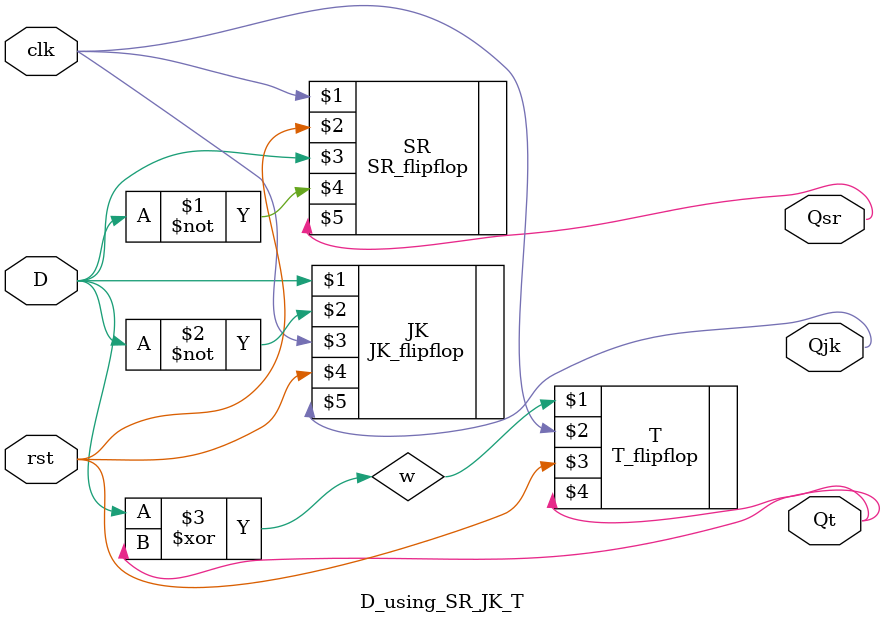
<source format=v>
module D_using_SR_JK_T(clk,rst,D,Qsr,Qjk,Qt);
input clk,rst,D;
output Qsr,Qjk,Qt;

wire w;

SR_flipflop SR(clk,rst,D,~D,Qsr);

JK_flipflop JK(D,~D,clk,rst,Qjk);

assign w = D^Qt;

T_flipflop T(w,clk,rst,Qt);

endmodule
</source>
